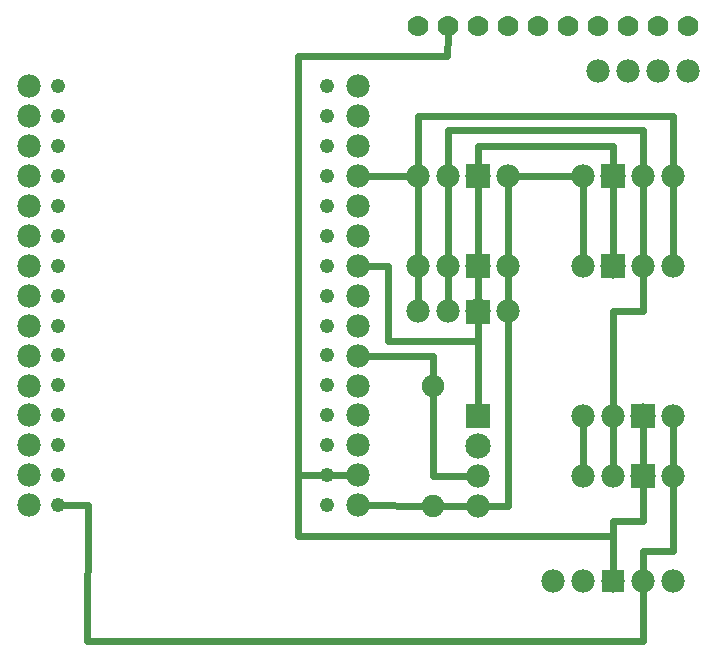
<source format=gbl>
G04 MADE WITH FRITZING*
G04 WWW.FRITZING.ORG*
G04 DOUBLE SIDED*
G04 HOLES PLATED*
G04 CONTOUR ON CENTER OF CONTOUR VECTOR*
%ASAXBY*%
%FSLAX23Y23*%
%MOIN*%
%OFA0B0*%
%SFA1.0B1.0*%
%ADD10C,0.047859*%
%ADD11C,0.070000*%
%ADD12C,0.078000*%
%ADD13C,0.077770*%
%ADD14C,0.075000*%
%ADD15C,0.084141*%
%ADD16R,0.084375X0.084375*%
%ADD17R,0.083333X0.083333*%
%ADD18R,0.078000X0.078000*%
%ADD19C,0.024000*%
%LNCOPPER0*%
G90*
G70*
G54D10*
X1203Y1697D03*
X306Y1896D03*
X306Y1796D03*
X306Y1697D03*
X306Y1597D03*
X306Y1497D03*
X1203Y1796D03*
X1203Y1896D03*
X1203Y1597D03*
X306Y1397D03*
X306Y1297D03*
X306Y1197D03*
X306Y1097D03*
X306Y998D03*
X306Y898D03*
X306Y798D03*
X306Y698D03*
X306Y598D03*
X306Y498D03*
X1203Y1197D03*
X1203Y1097D03*
X1203Y998D03*
X1203Y898D03*
X1203Y798D03*
X1203Y698D03*
X1203Y598D03*
X1203Y498D03*
X1203Y1497D03*
X1203Y1397D03*
X1203Y1297D03*
G54D11*
X2406Y2097D03*
X2306Y2097D03*
X2206Y2097D03*
X2106Y2097D03*
X2006Y2097D03*
X1906Y2097D03*
X1806Y2097D03*
X1706Y2097D03*
X1606Y2097D03*
X1506Y2097D03*
G54D12*
X2406Y1947D03*
X2306Y1947D03*
X2206Y1947D03*
X2106Y1947D03*
G54D13*
X1307Y1696D03*
X209Y1896D03*
X209Y1796D03*
X209Y1696D03*
X209Y1596D03*
X209Y1496D03*
X1307Y1796D03*
X1307Y1896D03*
X1307Y1596D03*
X209Y1397D03*
X209Y1297D03*
X209Y1197D03*
X209Y1097D03*
X209Y997D03*
X209Y897D03*
X209Y798D03*
X209Y698D03*
X209Y598D03*
X209Y498D03*
X1307Y1197D03*
X1307Y1097D03*
X1307Y997D03*
X1307Y897D03*
X1307Y798D03*
X1307Y698D03*
X1307Y598D03*
X1307Y498D03*
X1307Y1496D03*
X1307Y1397D03*
X1307Y1297D03*
G54D14*
X1556Y897D03*
X1556Y497D03*
G54D12*
X2056Y1297D03*
G54D15*
X2156Y1297D03*
G54D12*
X2256Y1297D03*
X2356Y1297D03*
X2056Y1597D03*
G54D15*
X2156Y1597D03*
G54D12*
X2256Y1597D03*
X2356Y1597D03*
X2356Y797D03*
G54D15*
X2256Y797D03*
G54D12*
X2156Y797D03*
X2056Y797D03*
X1806Y1296D03*
G54D15*
X1706Y1296D03*
G54D12*
X1606Y1296D03*
X1506Y1296D03*
X1807Y1145D03*
G54D15*
X1707Y1145D03*
G54D12*
X1607Y1145D03*
X1507Y1145D03*
X1806Y1596D03*
G54D15*
X1706Y1596D03*
G54D12*
X1606Y1596D03*
X1506Y1596D03*
X2356Y597D03*
G54D15*
X2256Y597D03*
G54D12*
X2156Y597D03*
X2056Y597D03*
X1706Y797D03*
G54D15*
X1706Y697D03*
G54D12*
X1706Y597D03*
X1706Y497D03*
X2356Y247D03*
X2256Y247D03*
X2156Y247D03*
X2056Y247D03*
X1956Y247D03*
G54D16*
X2156Y1297D03*
X2156Y1597D03*
X2255Y797D03*
X1706Y1296D03*
X1706Y1144D03*
X1706Y1596D03*
X2255Y597D03*
G54D17*
X1706Y797D03*
G54D18*
X2156Y247D03*
G54D19*
X1676Y497D02*
X1584Y497D01*
D02*
X1706Y1047D02*
X1706Y1113D01*
D02*
X2156Y396D02*
X1106Y396D01*
D02*
X1106Y396D02*
X1106Y598D01*
D02*
X1106Y598D02*
X1277Y598D01*
D02*
X2156Y277D02*
X2156Y396D01*
D02*
X2255Y47D02*
X2256Y217D01*
D02*
X404Y47D02*
X2255Y47D01*
D02*
X406Y498D02*
X404Y47D01*
D02*
X328Y498D02*
X406Y498D01*
D02*
X1337Y1596D02*
X1476Y1596D01*
D02*
X1106Y598D02*
X1106Y1995D01*
D02*
X1106Y1995D02*
X1604Y1995D01*
D02*
X1604Y1995D02*
X1605Y2066D01*
D02*
X1277Y598D02*
X1106Y598D01*
D02*
X1557Y596D02*
X1676Y597D01*
D02*
X1556Y868D02*
X1557Y596D01*
D02*
X1556Y997D02*
X1337Y997D01*
D02*
X1556Y926D02*
X1556Y997D01*
D02*
X1527Y497D02*
X1337Y498D01*
D02*
X1706Y1047D02*
X1406Y1047D01*
D02*
X1706Y827D02*
X1706Y1047D01*
D02*
X1406Y1047D02*
X1406Y1297D01*
D02*
X1406Y1297D02*
X1337Y1297D01*
D02*
X1706Y1265D02*
X1707Y1176D01*
D02*
X1806Y1266D02*
X1807Y1175D01*
D02*
X1606Y1266D02*
X1607Y1175D01*
D02*
X1506Y1266D02*
X1507Y1175D01*
D02*
X1506Y1566D02*
X1506Y1326D01*
D02*
X1606Y1566D02*
X1606Y1326D01*
D02*
X1706Y1565D02*
X1706Y1328D01*
D02*
X1806Y1566D02*
X1806Y1326D01*
D02*
X2155Y1697D02*
X1707Y1697D01*
D02*
X1707Y1697D02*
X1706Y1628D01*
D02*
X2155Y1629D02*
X2155Y1697D01*
D02*
X1605Y1748D02*
X1606Y1626D01*
D02*
X2256Y1748D02*
X1605Y1748D01*
D02*
X2256Y1627D02*
X2256Y1748D01*
D02*
X2156Y1329D02*
X2156Y1565D01*
D02*
X1505Y1796D02*
X1506Y1626D01*
D02*
X2355Y1796D02*
X1505Y1796D01*
D02*
X2356Y1627D02*
X2355Y1796D01*
D02*
X2056Y1327D02*
X2056Y1567D01*
D02*
X1836Y1596D02*
X2026Y1597D01*
D02*
X2256Y1327D02*
X2256Y1567D01*
D02*
X2356Y1327D02*
X2356Y1567D01*
D02*
X2155Y1147D02*
X2256Y1147D01*
D02*
X2256Y1147D02*
X2256Y1267D01*
D02*
X2156Y827D02*
X2155Y1147D01*
D02*
X1806Y496D02*
X1736Y497D01*
D02*
X1807Y1115D02*
X1806Y496D01*
D02*
X2356Y767D02*
X2356Y627D01*
D02*
X2256Y765D02*
X2256Y629D01*
D02*
X2156Y627D02*
X2156Y767D01*
D02*
X2056Y627D02*
X2056Y767D01*
D02*
X2257Y447D02*
X2157Y447D01*
D02*
X2157Y447D02*
X2156Y277D01*
D02*
X2256Y565D02*
X2257Y447D01*
D02*
X2356Y567D02*
X2356Y347D01*
D02*
X2356Y347D02*
X2256Y347D01*
D02*
X2256Y347D02*
X2256Y277D01*
G04 End of Copper0*
M02*
</source>
